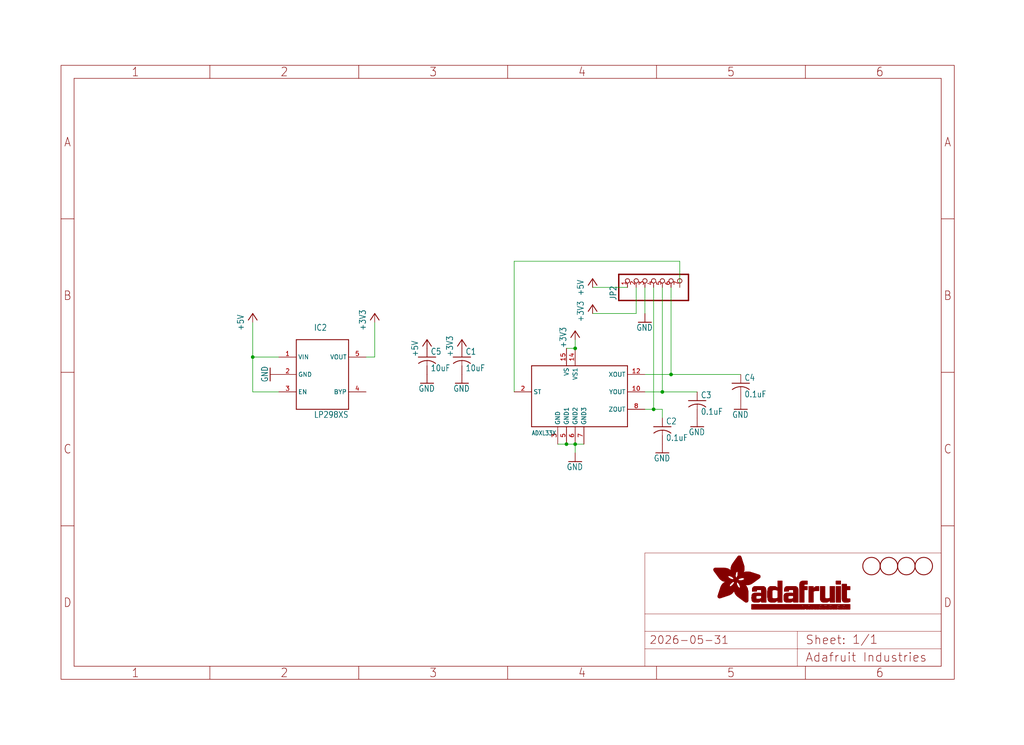
<source format=kicad_sch>
(kicad_sch (version 20230121) (generator eeschema)
  (paper "User" 298.45 217.322)
  (lib_symbols
    (symbol "working-eagle-import:+3V3" (power)
      (property "Value" "+3V3" (at -2.54 -5.08 90))
      (symbol "+3V3_1_0"
        (pin power_in line (at 0 -2.54 90) (length 2.54) (name "+3V3") (number "1"))
      )
    )
    (symbol "working-eagle-import:+5V" (power)
      (property "Value" "+5V" (at -2.54 -5.08 90))
      (symbol "+5V_1_0"
        (pin power_in line (at 0 -2.54 90) (length 2.54) (name "+5V") (number "1"))
      )
    )
    (symbol "working-eagle-import:ADXL33X"
      (symbol "ADXL33X_1_0"
        (pin output line (at 17.78 2.54 180) (length 5.08) (name "YOUT") (number "10"))
        (pin output line (at 17.78 7.62 180) (length 5.08) (name "XOUT") (number "12"))
        (pin power_in line (at -2.54 15.24 270) (length 5.08) (name "VS1") (number "14"))
        (pin power_in line (at -5.08 15.24 270) (length 5.08) (name "VS") (number "15"))
        (pin input line (at -20.32 2.54 0) (length 5.08) (name "ST") (number "2"))
        (pin power_in line (at -7.62 -12.7 90) (length 5.08) (name "GND") (number "3"))
        (pin power_in line (at -5.08 -12.7 90) (length 5.08) (name "GND1") (number "5"))
        (pin power_in line (at -2.54 -12.7 90) (length 5.08) (name "GND2") (number "6"))
        (pin power_in line (at 0 -12.7 90) (length 5.08) (name "GND3") (number "7"))
        (pin output line (at 17.78 -2.54 180) (length 5.08) (name "ZOUT") (number "8"))
      )
    )
    (symbol "working-eagle-import:C-USC0805K"
      (property "Reference" "C" (at 1.016 0.635 0))
      (symbol "C-USC0805K_1_0"
        (pin passive line (at 0 2.54 270) (length 2.54) (name "1") (number "1"))
        (pin passive line (at 0 -5.08 90) (length 2.54) (name "2") (number "2"))
      )
    )
    (symbol "working-eagle-import:FIDUCIAL")
    (symbol "working-eagle-import:FRAME_A4_ADAFRUIT"
      (symbol "FRAME_A4_ADAFRUIT_1_0"
        (text "${#}/${##}" (at 230.505 10.16 0) (effects (font (size 2.54 2.54)) (justify left bottom)))
        (text "${CURRENT_DATE}" (at 171.45 10.16 0) (effects (font (size 2.286 2.286)) (justify left bottom)))
        (text "${PROJECTNAME}" (at 171.45 15.24 0) (effects (font (size 2.54 2.54)) (justify left bottom)))
        (text "1" (at 21.6958 1.905 0) (effects (font (size 2.54 2.286))))
        (text "1" (at 21.6958 177.165 0) (effects (font (size 2.54 2.286))))
        (text "2" (at 65.0875 1.905 0) (effects (font (size 2.54 2.286))))
        (text "2" (at 65.0875 177.165 0) (effects (font (size 2.54 2.286))))
        (text "3" (at 108.4792 1.905 0) (effects (font (size 2.54 2.286))))
        (text "3" (at 108.4792 177.165 0) (effects (font (size 2.54 2.286))))
        (text "4" (at 151.8708 1.905 0) (effects (font (size 2.54 2.286))))
        (text "4" (at 151.8708 177.165 0) (effects (font (size 2.54 2.286))))
        (text "5" (at 195.2625 1.905 0) (effects (font (size 2.54 2.286))))
        (text "5" (at 195.2625 177.165 0) (effects (font (size 2.54 2.286))))
        (text "6" (at 238.6542 1.905 0) (effects (font (size 2.54 2.286))))
        (text "6" (at 238.6542 177.165 0) (effects (font (size 2.54 2.286))))
        (text "A" (at 1.905 156.6863 0) (effects (font (size 2.54 2.286))))
        (text "A" (at 258.445 156.6863 0) (effects (font (size 2.54 2.286))))
        (text "Adafruit Industries" (at 216.916 4.953 0) (effects (font (size 2.54 2.54)) (justify left bottom)))
        (text "B" (at 1.905 111.9188 0) (effects (font (size 2.54 2.286))))
        (text "B" (at 258.445 111.9188 0) (effects (font (size 2.54 2.286))))
        (text "C" (at 1.905 67.1513 0) (effects (font (size 2.54 2.286))))
        (text "C" (at 258.445 67.1513 0) (effects (font (size 2.54 2.286))))
        (text "D" (at 1.905 22.3838 0) (effects (font (size 2.54 2.286))))
        (text "D" (at 258.445 22.3838 0) (effects (font (size 2.54 2.286))))
        (text "Sheet:" (at 216.916 10.033 0) (effects (font (size 2.54 2.54)) (justify left bottom)))
      )
    )
    (symbol "working-eagle-import:GND" (power)
      (property "Value" "GND" (at -2.54 -2.54 0))
      (symbol "GND_1_0"
        (pin power_in line (at 0 2.54 270) (length 2.54) (name "GND") (number "1"))
      )
    )
    (symbol "working-eagle-import:HEADER-1X7THICKER"
      (property "Reference" "JP" (at -6.35 10.795 0))
      (symbol "HEADER-1X7THICKER_1_0"
        (pin passive inverted (at -2.54 7.62 0) (length 2.54) (name "1") (number "1"))
        (pin passive inverted (at -2.54 5.08 0) (length 2.54) (name "2") (number "2"))
        (pin passive inverted (at -2.54 2.54 0) (length 2.54) (name "3") (number "3"))
        (pin passive inverted (at -2.54 0 0) (length 2.54) (name "4") (number "4"))
        (pin passive inverted (at -2.54 -2.54 0) (length 2.54) (name "5") (number "5"))
        (pin passive inverted (at -2.54 -5.08 0) (length 2.54) (name "6") (number "6"))
        (pin passive inverted (at -2.54 -7.62 0) (length 2.54) (name "7") (number "7"))
      )
    )
    (symbol "working-eagle-import:LP298XS"
      (property "Reference" "IC" (at -12.7 -5.08 90))
      (symbol "LP298XS_1_0"
        (pin bidirectional line (at -5.08 -15.24 90) (length 5.08) (name "VIN") (number "1"))
        (pin bidirectional line (at 0 -15.24 90) (length 5.08) (name "GND") (number "2"))
        (pin bidirectional line (at 5.08 -15.24 90) (length 5.08) (name "EN") (number "3"))
        (pin bidirectional line (at 5.08 10.16 270) (length 5.08) (name "BYP") (number "4"))
        (pin bidirectional line (at -5.08 10.16 270) (length 5.08) (name "VOUT") (number "5"))
      )
    )
    (symbol "working-eagle-import:MOUNTINGHOLE2.0")
  )
  (junction (at 193.04 114.3))
  (junction (at 167.64 101.6))
  (junction (at 167.64 129.54))
  (junction (at 190.5 119.38))
  (junction (at 73.66 104.14))
  (junction (at 195.58 109.22))
  (junction (at 165.1 129.54))
  (wire (pts (xy 193.04 119.38) (xy 193.04 121.92)) (stroke (width 0.1524)))
  (wire (pts (xy 167.64 132.08) (xy 167.64 129.54)) (stroke (width 0.1524)))
  (wire (pts (xy 149.86 114.3) (xy 149.86 76.2)) (stroke (width 0.1524)))
  (wire (pts (xy 187.96 114.3) (xy 193.04 114.3)) (stroke (width 0.1524)))
  (wire (pts (xy 195.58 109.22) (xy 215.9 109.22)) (stroke (width 0.1524)))
  (wire (pts (xy 185.42 91.44) (xy 185.42 83.82)) (stroke (width 0.1524)))
  (wire (pts (xy 193.04 114.3) (xy 193.04 83.82)) (stroke (width 0.1524)))
  (wire (pts (xy 195.58 109.22) (xy 195.58 83.82)) (stroke (width 0.1524)))
  (wire (pts (xy 167.64 101.6) (xy 167.64 99.06)) (stroke (width 0.1524)))
  (wire (pts (xy 190.5 119.38) (xy 190.5 83.82)) (stroke (width 0.1524)))
  (wire (pts (xy 109.22 104.14) (xy 106.68 104.14)) (stroke (width 0.1524)))
  (wire (pts (xy 165.1 101.6) (xy 167.64 101.6)) (stroke (width 0.1524)))
  (wire (pts (xy 187.96 109.22) (xy 195.58 109.22)) (stroke (width 0.1524)))
  (wire (pts (xy 190.5 119.38) (xy 193.04 119.38)) (stroke (width 0.1524)))
  (wire (pts (xy 149.86 76.2) (xy 198.12 76.2)) (stroke (width 0.1524)))
  (wire (pts (xy 187.96 91.44) (xy 187.96 83.82)) (stroke (width 0.1524)))
  (wire (pts (xy 162.56 129.54) (xy 165.1 129.54)) (stroke (width 0.1524)))
  (wire (pts (xy 109.22 93.98) (xy 109.22 104.14)) (stroke (width 0.1524)))
  (wire (pts (xy 187.96 119.38) (xy 190.5 119.38)) (stroke (width 0.1524)))
  (wire (pts (xy 73.66 104.14) (xy 73.66 114.3)) (stroke (width 0.1524)))
  (wire (pts (xy 172.72 83.82) (xy 182.88 83.82)) (stroke (width 0.1524)))
  (wire (pts (xy 172.72 91.44) (xy 185.42 91.44)) (stroke (width 0.1524)))
  (wire (pts (xy 73.66 104.14) (xy 81.28 104.14)) (stroke (width 0.1524)))
  (wire (pts (xy 73.66 93.98) (xy 73.66 104.14)) (stroke (width 0.1524)))
  (wire (pts (xy 165.1 129.54) (xy 167.64 129.54)) (stroke (width 0.1524)))
  (wire (pts (xy 73.66 114.3) (xy 81.28 114.3)) (stroke (width 0.1524)))
  (wire (pts (xy 198.12 76.2) (xy 198.12 83.82)) (stroke (width 0.1524)))
  (wire (pts (xy 167.64 129.54) (xy 170.18 129.54)) (stroke (width 0.1524)))
  (wire (pts (xy 193.04 114.3) (xy 203.2 114.3)) (stroke (width 0.1524)))
  (symbol (lib_id "working-eagle-import:C-USC0805K") (at 193.04 124.46 0) (unit 1)
    (property "Reference" "C2" (at 194.056 123.825 0) (effects (font (size 1.778 1.5113)) (justify left bottom)))
    (property "Value" "0.1uF" (at 194.056 128.651 0) (effects (font (size 1.778 1.5113)) (justify left bottom)))
    (property "Footprint" "working:C0805K" (effects hide))
  )
  (symbol (lib_id "working-eagle-import:+3V3") (at 167.64 96.52 0) (unit 1)
    (property "Reference" "#+3V3" (effects hide))
    (property "Value" "+3V3" (at 165.1 101.6 90) (effects (font (size 1.778 1.5113)) (justify left bottom)))
  )
  (symbol (lib_id "working-eagle-import:LP298XS") (at 96.52 109.22 270) (unit 1)
    (property "Reference" "IC2" (at 91.44 96.52 90) (effects (font (size 1.778 1.5113)) (justify left bottom)))
    (property "Value" "LP298XS" (at 91.44 121.92 90) (effects (font (size 1.778 1.5113)) (justify left bottom)))
    (property "Footprint" "working:SOT23-5L" (effects hide))
  )
  (symbol (lib_id "working-eagle-import:+3V3") (at 172.72 88.9 0) (unit 1)
    (property "Reference" "#+3V4" (effects hide))
    (property "Value" "+3V3" (at 170.18 93.98 90) (effects (font (size 1.778 1.5113)) (justify left bottom)))
  )
  (symbol (lib_id "working-eagle-import:ADXL33X") (at 170.18 116.84 0) (unit 1)
    (property "Reference" "IC1" (effects hide))
    (property "Value" "ADXL33X" (at 154.94 127 0) (effects (font (size 1.27 1.0795)) (justify left bottom)))
    (property "Footprint" "working:16LCSP" (effects hide))
  )
  (symbol (lib_id "working-eagle-import:FIDUCIAL") (at 259.08 165.1 0) (unit 1)
    (property "Reference" "U$1" (effects hide))
    (property "Value" "FIDUCIAL" (effects hide))
    (property "Footprint" "working:FIDUCIAL_1MM" (effects hide))
  )
  (symbol (lib_id "working-eagle-import:GND") (at 187.96 93.98 0) (unit 1)
    (property "Reference" "#GND6" (effects hide))
    (property "Value" "GND" (at 185.42 96.52 0) (effects (font (size 1.778 1.5113)) (justify left bottom)))
  )
  (symbol (lib_id "working-eagle-import:+3V3") (at 134.62 99.06 0) (unit 1)
    (property "Reference" "#+3V2" (effects hide))
    (property "Value" "+3V3" (at 132.08 104.14 90) (effects (font (size 1.778 1.5113)) (justify left bottom)))
  )
  (symbol (lib_id "working-eagle-import:+3V3") (at 109.22 91.44 0) (unit 1)
    (property "Reference" "#+3V1" (effects hide))
    (property "Value" "+3V3" (at 106.68 96.52 90) (effects (font (size 1.778 1.5113)) (justify left bottom)))
  )
  (symbol (lib_id "working-eagle-import:FIDUCIAL") (at 254 165.1 0) (unit 1)
    (property "Reference" "U$2" (effects hide))
    (property "Value" "FIDUCIAL" (effects hide))
    (property "Footprint" "working:FIDUCIAL_1MM" (effects hide))
  )
  (symbol (lib_id "working-eagle-import:C-USC0805K") (at 134.62 104.14 0) (unit 1)
    (property "Reference" "C1" (at 135.636 103.505 0) (effects (font (size 1.778 1.5113)) (justify left bottom)))
    (property "Value" "10uF" (at 135.636 108.331 0) (effects (font (size 1.778 1.5113)) (justify left bottom)))
    (property "Footprint" "working:C0805K" (effects hide))
  )
  (symbol (lib_id "working-eagle-import:GND") (at 167.64 134.62 0) (unit 1)
    (property "Reference" "#GND1" (effects hide))
    (property "Value" "GND" (at 165.1 137.16 0) (effects (font (size 1.778 1.5113)) (justify left bottom)))
  )
  (symbol (lib_id "working-eagle-import:GND") (at 203.2 124.46 0) (unit 1)
    (property "Reference" "#GND4" (effects hide))
    (property "Value" "GND" (at 200.66 127 0) (effects (font (size 1.778 1.5113)) (justify left bottom)))
  )
  (symbol (lib_id "working-eagle-import:C-USC0805K") (at 124.46 104.14 0) (unit 1)
    (property "Reference" "C5" (at 125.476 103.505 0) (effects (font (size 1.778 1.5113)) (justify left bottom)))
    (property "Value" "10uF" (at 125.476 108.331 0) (effects (font (size 1.778 1.5113)) (justify left bottom)))
    (property "Footprint" "working:C0805K" (effects hide))
  )
  (symbol (lib_id "working-eagle-import:FRAME_A4_ADAFRUIT") (at 17.78 198.12 0) (unit 1)
    (property "Reference" "#U$3" (effects hide))
    (property "Value" "FRAME_A4_ADAFRUIT" (effects hide))
  )
  (symbol (lib_id "working-eagle-import:HEADER-1X7THICKER") (at 190.5 81.28 90) (unit 1)
    (property "Reference" "JP2" (at 179.705 87.63 0) (effects (font (size 1.778 1.5113)) (justify left bottom)))
    (property "Value" "HEADER-1X7THICKER" (effects hide))
    (property "Footprint" "working:1X07_ROUND_76" (effects hide))
  )
  (symbol (lib_id "working-eagle-import:MOUNTINGHOLE2.0") (at 264.16 165.1 0) (unit 1)
    (property "Reference" "U$8" (effects hide))
    (property "Value" "MOUNTINGHOLE2.0" (effects hide))
    (property "Footprint" "working:MOUNTINGHOLE_2.0_PLATED" (effects hide))
  )
  (symbol (lib_id "working-eagle-import:+5V") (at 124.46 99.06 0) (unit 1)
    (property "Reference" "#P+2" (effects hide))
    (property "Value" "+5V" (at 121.92 104.14 90) (effects (font (size 1.778 1.5113)) (justify left bottom)))
  )
  (symbol (lib_id "working-eagle-import:C-USC0805K") (at 215.9 111.76 0) (unit 1)
    (property "Reference" "C4" (at 216.916 111.125 0) (effects (font (size 1.778 1.5113)) (justify left bottom)))
    (property "Value" "0.1uF" (at 216.916 115.951 0) (effects (font (size 1.778 1.5113)) (justify left bottom)))
    (property "Footprint" "working:C0805K" (effects hide))
  )
  (symbol (lib_id "working-eagle-import:GND") (at 215.9 119.38 0) (unit 1)
    (property "Reference" "#GND5" (effects hide))
    (property "Value" "GND" (at 213.36 121.92 0) (effects (font (size 1.778 1.5113)) (justify left bottom)))
  )
  (symbol (lib_id "working-eagle-import:GND") (at 78.74 109.22 270) (unit 1)
    (property "Reference" "#GND7" (effects hide))
    (property "Value" "GND" (at 76.2 106.68 0) (effects (font (size 1.778 1.5113)) (justify left bottom)))
  )
  (symbol (lib_id "working-eagle-import:MOUNTINGHOLE2.0") (at 269.24 165.1 0) (unit 1)
    (property "Reference" "U$5" (effects hide))
    (property "Value" "MOUNTINGHOLE2.0" (effects hide))
    (property "Footprint" "working:MOUNTINGHOLE_2.0_PLATED" (effects hide))
  )
  (symbol (lib_id "working-eagle-import:GND") (at 134.62 111.76 0) (unit 1)
    (property "Reference" "#GND2" (effects hide))
    (property "Value" "GND" (at 132.08 114.3 0) (effects (font (size 1.778 1.5113)) (justify left bottom)))
  )
  (symbol (lib_id "working-eagle-import:C-USC0805K") (at 203.2 116.84 0) (unit 1)
    (property "Reference" "C3" (at 204.216 116.205 0) (effects (font (size 1.778 1.5113)) (justify left bottom)))
    (property "Value" "0.1uF" (at 204.216 121.031 0) (effects (font (size 1.778 1.5113)) (justify left bottom)))
    (property "Footprint" "working:C0805K" (effects hide))
  )
  (symbol (lib_id "working-eagle-import:GND") (at 124.46 111.76 0) (unit 1)
    (property "Reference" "#GND8" (effects hide))
    (property "Value" "GND" (at 121.92 114.3 0) (effects (font (size 1.778 1.5113)) (justify left bottom)))
  )
  (symbol (lib_id "working-eagle-import:+5V") (at 172.72 81.28 0) (unit 1)
    (property "Reference" "#P+3" (effects hide))
    (property "Value" "+5V" (at 170.18 86.36 90) (effects (font (size 1.778 1.5113)) (justify left bottom)))
  )
  (symbol (lib_id "working-eagle-import:+5V") (at 73.66 91.44 0) (unit 1)
    (property "Reference" "#P+1" (effects hide))
    (property "Value" "+5V" (at 71.12 96.52 90) (effects (font (size 1.778 1.5113)) (justify left bottom)))
  )
  (symbol (lib_id "working-eagle-import:GND") (at 193.04 132.08 0) (unit 1)
    (property "Reference" "#GND3" (effects hide))
    (property "Value" "GND" (at 190.5 134.62 0) (effects (font (size 1.778 1.5113)) (justify left bottom)))
  )
)
</source>
